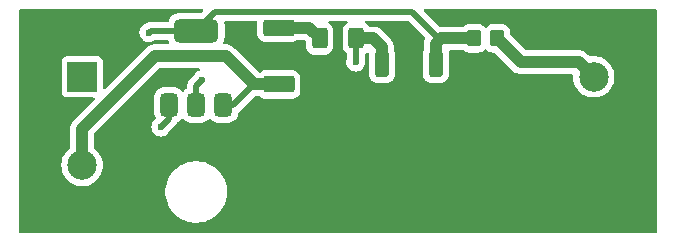
<source format=gbr>
%TF.GenerationSoftware,KiCad,Pcbnew,8.0.2*%
%TF.CreationDate,2024-08-23T15:35:12+02:00*%
%TF.ProjectId,CurrentLimiter2,43757272-656e-4744-9c69-6d6974657232,rev?*%
%TF.SameCoordinates,Original*%
%TF.FileFunction,Copper,L1,Top*%
%TF.FilePolarity,Positive*%
%FSLAX46Y46*%
G04 Gerber Fmt 4.6, Leading zero omitted, Abs format (unit mm)*
G04 Created by KiCad (PCBNEW 8.0.2) date 2024-08-23 15:35:12*
%MOMM*%
%LPD*%
G01*
G04 APERTURE LIST*
G04 Aperture macros list*
%AMRoundRect*
0 Rectangle with rounded corners*
0 $1 Rounding radius*
0 $2 $3 $4 $5 $6 $7 $8 $9 X,Y pos of 4 corners*
0 Add a 4 corners polygon primitive as box body*
4,1,4,$2,$3,$4,$5,$6,$7,$8,$9,$2,$3,0*
0 Add four circle primitives for the rounded corners*
1,1,$1+$1,$2,$3*
1,1,$1+$1,$4,$5*
1,1,$1+$1,$6,$7*
1,1,$1+$1,$8,$9*
0 Add four rect primitives between the rounded corners*
20,1,$1+$1,$2,$3,$4,$5,0*
20,1,$1+$1,$4,$5,$6,$7,0*
20,1,$1+$1,$6,$7,$8,$9,0*
20,1,$1+$1,$8,$9,$2,$3,0*%
G04 Aperture macros list end*
%TA.AperFunction,SMDPad,CuDef*%
%ADD10RoundRect,0.250000X-0.350000X0.850000X-0.350000X-0.850000X0.350000X-0.850000X0.350000X0.850000X0*%
%TD*%
%TA.AperFunction,SMDPad,CuDef*%
%ADD11RoundRect,0.250000X-1.125000X1.275000X-1.125000X-1.275000X1.125000X-1.275000X1.125000X1.275000X0*%
%TD*%
%TA.AperFunction,SMDPad,CuDef*%
%ADD12RoundRect,0.249997X-2.650003X2.950003X-2.650003X-2.950003X2.650003X-2.950003X2.650003X2.950003X0*%
%TD*%
%TA.AperFunction,ComponentPad*%
%ADD13R,2.500000X2.500000*%
%TD*%
%TA.AperFunction,ComponentPad*%
%ADD14C,2.500000*%
%TD*%
%TA.AperFunction,SMDPad,CuDef*%
%ADD15RoundRect,0.250000X0.350000X0.450000X-0.350000X0.450000X-0.350000X-0.450000X0.350000X-0.450000X0*%
%TD*%
%TA.AperFunction,SMDPad,CuDef*%
%ADD16RoundRect,0.249999X-1.075001X0.450001X-1.075001X-0.450001X1.075001X-0.450001X1.075001X0.450001X0*%
%TD*%
%TA.AperFunction,SMDPad,CuDef*%
%ADD17RoundRect,0.250000X0.400000X0.625000X-0.400000X0.625000X-0.400000X-0.625000X0.400000X-0.625000X0*%
%TD*%
%TA.AperFunction,SMDPad,CuDef*%
%ADD18RoundRect,0.375000X0.375000X-0.625000X0.375000X0.625000X-0.375000X0.625000X-0.375000X-0.625000X0*%
%TD*%
%TA.AperFunction,SMDPad,CuDef*%
%ADD19RoundRect,0.500000X1.400000X-0.500000X1.400000X0.500000X-1.400000X0.500000X-1.400000X-0.500000X0*%
%TD*%
%TA.AperFunction,ViaPad*%
%ADD20C,0.600000*%
%TD*%
%TA.AperFunction,ViaPad*%
%ADD21C,1.000000*%
%TD*%
%TA.AperFunction,Conductor*%
%ADD22C,1.000000*%
%TD*%
%TA.AperFunction,Conductor*%
%ADD23C,0.500000*%
%TD*%
G04 APERTURE END LIST*
D10*
%TO.P,Q2,1,B*%
%TO.N,Net-(Q1-C)*%
X135780000Y-95185000D03*
D11*
%TO.P,Q2,2,C*%
%TO.N,/Col*%
X135025000Y-99810000D03*
X131975000Y-99810000D03*
D12*
X133500000Y-101485000D03*
D11*
X135025000Y-103160000D03*
X131975000Y-103160000D03*
D10*
%TO.P,Q2,3,E*%
%TO.N,Net-(Q1-E)*%
X131220000Y-95185000D03*
%TD*%
D13*
%TO.P,J2,1,Pin_1*%
%TO.N,/Col*%
X149155000Y-103750000D03*
D14*
%TO.P,J2,2,Pin_2*%
%TO.N,Net-(J1-Pin_1)*%
X149155000Y-96250000D03*
%TD*%
D15*
%TO.P,R1,1*%
%TO.N,Net-(J1-Pin_1)*%
X141000000Y-93000000D03*
%TO.P,R1,2*%
%TO.N,Net-(Q1-C)*%
X139000000Y-93000000D03*
%TD*%
D13*
%TO.P,J1,1,Pin_1*%
%TO.N,Net-(J1-Pin_1)*%
X105845000Y-96250000D03*
D14*
%TO.P,J1,2,Pin_2*%
%TO.N,Net-(J1-Pin_2)*%
X105845000Y-103750000D03*
%TD*%
D16*
%TO.P,R3,1*%
%TO.N,Net-(R2-Pad2)*%
X122500000Y-92100000D03*
%TO.P,R3,2*%
%TO.N,Net-(J1-Pin_2)*%
X122500000Y-96900000D03*
%TD*%
D17*
%TO.P,R2,1*%
%TO.N,Net-(Q1-E)*%
X129050000Y-93000000D03*
%TO.P,R2,2*%
%TO.N,Net-(R2-Pad2)*%
X125950000Y-93000000D03*
%TD*%
D18*
%TO.P,Q1,1,E*%
%TO.N,Net-(Q1-E)*%
X113200000Y-98650000D03*
%TO.P,Q1,2,C*%
%TO.N,Net-(Q1-C)*%
X115500000Y-98650000D03*
D19*
X115500000Y-92350000D03*
D18*
%TO.P,Q1,3,B*%
%TO.N,Net-(J1-Pin_2)*%
X117800000Y-98650000D03*
%TD*%
D20*
%TO.N,Net-(Q1-C)*%
X111500000Y-92500000D03*
X116000000Y-96500000D03*
D21*
%TO.N,/Col*%
X132000000Y-97500000D03*
X132000000Y-106000000D03*
X141000000Y-109000000D03*
X126000000Y-106000000D03*
X132000000Y-103000000D03*
X141000000Y-100000000D03*
X129000000Y-109000000D03*
X129000000Y-103000000D03*
X135000000Y-103000000D03*
X138000000Y-109000000D03*
X138000000Y-100000000D03*
X126000000Y-100000000D03*
X135000000Y-109000000D03*
X132000000Y-100000000D03*
X135000000Y-100000000D03*
X141000000Y-106000000D03*
X126000000Y-109000000D03*
X138000000Y-106000000D03*
X129000000Y-106000000D03*
X141000000Y-103000000D03*
X129000000Y-100000000D03*
X135000000Y-97500000D03*
X126000000Y-103000000D03*
X126000000Y-97500000D03*
X129000000Y-97500000D03*
X132000000Y-109000000D03*
X138000000Y-97500000D03*
X135000000Y-106000000D03*
X138000000Y-103000000D03*
X141000000Y-97500000D03*
D20*
%TO.N,Net-(Q1-E)*%
X129000000Y-95000000D03*
X112500000Y-100500000D03*
%TD*%
D22*
%TO.N,Net-(J1-Pin_2)*%
X118000000Y-94500000D02*
X112000000Y-94500000D01*
X122500000Y-96900000D02*
X120400000Y-96900000D01*
D23*
X117800000Y-98650000D02*
X118650000Y-98650000D01*
X118000000Y-98850000D02*
X117800000Y-98650000D01*
D22*
X105845000Y-100655000D02*
X105845000Y-103750000D01*
X120400000Y-96900000D02*
X118000000Y-94500000D01*
D23*
X118650000Y-98650000D02*
X120400000Y-96900000D01*
D22*
X112000000Y-94500000D02*
X105845000Y-100655000D01*
%TO.N,Net-(J1-Pin_1)*%
X147905000Y-95000000D02*
X149155000Y-96250000D01*
X143000000Y-95000000D02*
X147905000Y-95000000D01*
X141000000Y-93000000D02*
X143000000Y-95000000D01*
%TO.N,Net-(Q1-C)*%
X135780000Y-95185000D02*
X135780000Y-93435000D01*
X136040000Y-93175000D02*
X136215000Y-93000000D01*
D23*
X117100000Y-90750000D02*
X115500000Y-92350000D01*
X116000000Y-96500000D02*
X115500000Y-97000000D01*
D22*
X136215000Y-93000000D02*
X139000000Y-93000000D01*
D23*
X111650000Y-92350000D02*
X115500000Y-92350000D01*
D22*
X135780000Y-93435000D02*
X136040000Y-93175000D01*
D23*
X115500000Y-97000000D02*
X115500000Y-98650000D01*
X136040000Y-93040000D02*
X133750000Y-90750000D01*
X133750000Y-90750000D02*
X117100000Y-90750000D01*
X111500000Y-92500000D02*
X111650000Y-92350000D01*
X136040000Y-93175000D02*
X136040000Y-93040000D01*
D22*
%TO.N,Net-(R2-Pad2)*%
X125050000Y-92100000D02*
X125950000Y-93000000D01*
X122500000Y-92100000D02*
X125050000Y-92100000D01*
%TO.N,Net-(Q1-E)*%
X130500000Y-93000000D02*
X129050000Y-93000000D01*
D23*
X129000000Y-95000000D02*
X129000000Y-93050000D01*
X129000000Y-93050000D02*
X129050000Y-93000000D01*
D22*
X131220000Y-93720000D02*
X130500000Y-93000000D01*
X131220000Y-95185000D02*
X131220000Y-93720000D01*
D23*
X113200000Y-99800000D02*
X112500000Y-100500000D01*
X113200000Y-98650000D02*
X113200000Y-99800000D01*
%TD*%
%TA.AperFunction,Conductor*%
%TO.N,/Col*%
G36*
X116055808Y-90520185D02*
G01*
X116101563Y-90572989D01*
X116111507Y-90642147D01*
X116082482Y-90705703D01*
X116076450Y-90712181D01*
X115975450Y-90813181D01*
X115914127Y-90846666D01*
X115887769Y-90849500D01*
X114041971Y-90849500D01*
X114041965Y-90849500D01*
X114041964Y-90849501D01*
X114030316Y-90850536D01*
X113922584Y-90860113D01*
X113726954Y-90916089D01*
X113636772Y-90963196D01*
X113546593Y-91010302D01*
X113546591Y-91010303D01*
X113546590Y-91010304D01*
X113388890Y-91138890D01*
X113260304Y-91296590D01*
X113166088Y-91476956D01*
X113156744Y-91509613D01*
X113119376Y-91568651D01*
X113056022Y-91598113D01*
X113037529Y-91599500D01*
X111576080Y-91599500D01*
X111431092Y-91628340D01*
X111431082Y-91628343D01*
X111294509Y-91684913D01*
X111280258Y-91694436D01*
X111280257Y-91694436D01*
X111185365Y-91757839D01*
X111157436Y-91771776D01*
X111150482Y-91774209D01*
X111150478Y-91774211D01*
X110997737Y-91870184D01*
X110870184Y-91997737D01*
X110774211Y-92150476D01*
X110714631Y-92320745D01*
X110714630Y-92320750D01*
X110694435Y-92499996D01*
X110694435Y-92500003D01*
X110714630Y-92679249D01*
X110714631Y-92679254D01*
X110774211Y-92849523D01*
X110804677Y-92898009D01*
X110870184Y-93002262D01*
X110997738Y-93129816D01*
X111088080Y-93186582D01*
X111146107Y-93223043D01*
X111150478Y-93225789D01*
X111260879Y-93264420D01*
X111320745Y-93285368D01*
X111320750Y-93285369D01*
X111499996Y-93305565D01*
X111500000Y-93305565D01*
X111500004Y-93305565D01*
X111679249Y-93285369D01*
X111679252Y-93285368D01*
X111679255Y-93285368D01*
X111849522Y-93225789D01*
X112002262Y-93129816D01*
X112002267Y-93129810D01*
X112005097Y-93127555D01*
X112007275Y-93126665D01*
X112008158Y-93126111D01*
X112008255Y-93126265D01*
X112069783Y-93101145D01*
X112082412Y-93100500D01*
X113037529Y-93100500D01*
X113104568Y-93120185D01*
X113150323Y-93172989D01*
X113156744Y-93190387D01*
X113166088Y-93223043D01*
X113166090Y-93223048D01*
X113166091Y-93223049D01*
X113215736Y-93318090D01*
X113229327Y-93386623D01*
X113203708Y-93451627D01*
X113147013Y-93492460D01*
X113105827Y-93499500D01*
X111901456Y-93499500D01*
X111708171Y-93537947D01*
X111708163Y-93537949D01*
X111652251Y-93561109D01*
X111652250Y-93561109D01*
X111526092Y-93613364D01*
X111526077Y-93613372D01*
X111489549Y-93637781D01*
X111489547Y-93637782D01*
X111362222Y-93722857D01*
X111362214Y-93722863D01*
X107807180Y-97277898D01*
X107745857Y-97311383D01*
X107676165Y-97306399D01*
X107620232Y-97264527D01*
X107595815Y-97199063D01*
X107595499Y-97190217D01*
X107595499Y-94952129D01*
X107595498Y-94952123D01*
X107595497Y-94952116D01*
X107589091Y-94892517D01*
X107538796Y-94757669D01*
X107538795Y-94757668D01*
X107538793Y-94757664D01*
X107452547Y-94642455D01*
X107452544Y-94642452D01*
X107337335Y-94556206D01*
X107337328Y-94556202D01*
X107202482Y-94505908D01*
X107202483Y-94505908D01*
X107142883Y-94499501D01*
X107142881Y-94499500D01*
X107142873Y-94499500D01*
X107142864Y-94499500D01*
X104547129Y-94499500D01*
X104547123Y-94499501D01*
X104487516Y-94505908D01*
X104352671Y-94556202D01*
X104352664Y-94556206D01*
X104237455Y-94642452D01*
X104237452Y-94642455D01*
X104151206Y-94757664D01*
X104151202Y-94757671D01*
X104100908Y-94892517D01*
X104094501Y-94952116D01*
X104094501Y-94952123D01*
X104094500Y-94952135D01*
X104094500Y-97547870D01*
X104094501Y-97547876D01*
X104100908Y-97607483D01*
X104151202Y-97742328D01*
X104151206Y-97742335D01*
X104237452Y-97857544D01*
X104237455Y-97857547D01*
X104352664Y-97943793D01*
X104352671Y-97943797D01*
X104487517Y-97994091D01*
X104487516Y-97994091D01*
X104494444Y-97994835D01*
X104547127Y-98000500D01*
X106785217Y-98000499D01*
X106852256Y-98020184D01*
X106898011Y-98072987D01*
X106907955Y-98142146D01*
X106878930Y-98205702D01*
X106872898Y-98212180D01*
X105852129Y-99232950D01*
X105207220Y-99877859D01*
X105207218Y-99877861D01*
X105137538Y-99947540D01*
X105067859Y-100017219D01*
X104958371Y-100181079D01*
X104958364Y-100181092D01*
X104882950Y-100363160D01*
X104882947Y-100363170D01*
X104844500Y-100556456D01*
X104844500Y-102247956D01*
X104824815Y-102314995D01*
X104790354Y-102350408D01*
X104750523Y-102377565D01*
X104558198Y-102556014D01*
X104394614Y-102761143D01*
X104263432Y-102988356D01*
X104167582Y-103232578D01*
X104167576Y-103232597D01*
X104109197Y-103488374D01*
X104109196Y-103488379D01*
X104089592Y-103749995D01*
X104089592Y-103750004D01*
X104109196Y-104011620D01*
X104109197Y-104011625D01*
X104167576Y-104267402D01*
X104167578Y-104267411D01*
X104167580Y-104267416D01*
X104263432Y-104511643D01*
X104394614Y-104738857D01*
X104526736Y-104904533D01*
X104558198Y-104943985D01*
X104739753Y-105112441D01*
X104750521Y-105122433D01*
X104967296Y-105270228D01*
X104967301Y-105270230D01*
X104967302Y-105270231D01*
X104967303Y-105270232D01*
X105092843Y-105330688D01*
X105203673Y-105384061D01*
X105203674Y-105384061D01*
X105203677Y-105384063D01*
X105454385Y-105461396D01*
X105713818Y-105500500D01*
X105976182Y-105500500D01*
X106235615Y-105461396D01*
X106486323Y-105384063D01*
X106704582Y-105278955D01*
X106722696Y-105270232D01*
X106722696Y-105270231D01*
X106722704Y-105270228D01*
X106939479Y-105122433D01*
X107131805Y-104943981D01*
X107295386Y-104738857D01*
X107426568Y-104511643D01*
X107522420Y-104267416D01*
X107580802Y-104011630D01*
X107580803Y-104011620D01*
X107600408Y-103750004D01*
X107600408Y-103749995D01*
X107580803Y-103488379D01*
X107580802Y-103488374D01*
X107580802Y-103488370D01*
X107522420Y-103232584D01*
X107426568Y-102988357D01*
X107295386Y-102761143D01*
X107131805Y-102556019D01*
X107131804Y-102556018D01*
X107131801Y-102556014D01*
X107012204Y-102445046D01*
X106939479Y-102377567D01*
X106938064Y-102376602D01*
X106899646Y-102350408D01*
X106855345Y-102296378D01*
X106845500Y-102247956D01*
X106845500Y-101120782D01*
X106865185Y-101053743D01*
X106881819Y-101033101D01*
X112378102Y-95536819D01*
X112439425Y-95503334D01*
X112465783Y-95500500D01*
X115702886Y-95500500D01*
X115769925Y-95520185D01*
X115815680Y-95572989D01*
X115825624Y-95642147D01*
X115796599Y-95705703D01*
X115743840Y-95741542D01*
X115650478Y-95774210D01*
X115497737Y-95870184D01*
X115370184Y-95997737D01*
X115274211Y-96150478D01*
X115271188Y-96156756D01*
X115269362Y-96155876D01*
X115246694Y-96191937D01*
X114917047Y-96521585D01*
X114882080Y-96573916D01*
X114882081Y-96573917D01*
X114834913Y-96644508D01*
X114778343Y-96781082D01*
X114778340Y-96781092D01*
X114749500Y-96926079D01*
X114749500Y-97157057D01*
X114729815Y-97224096D01*
X114680595Y-97268145D01*
X114650704Y-97282969D01*
X114502278Y-97402277D01*
X114502277Y-97402278D01*
X114446647Y-97471486D01*
X114389304Y-97511405D01*
X114319482Y-97513985D01*
X114259349Y-97478406D01*
X114253353Y-97471486D01*
X114197722Y-97402278D01*
X114197721Y-97402277D01*
X114049295Y-97282969D01*
X114049292Y-97282967D01*
X113878697Y-97198360D01*
X113693892Y-97152400D01*
X113672506Y-97150950D01*
X113651123Y-97149500D01*
X113651120Y-97149500D01*
X112748877Y-97149500D01*
X112748874Y-97149501D01*
X112706113Y-97152399D01*
X112706112Y-97152399D01*
X112521303Y-97198360D01*
X112350707Y-97282967D01*
X112350704Y-97282969D01*
X112202278Y-97402277D01*
X112202277Y-97402278D01*
X112082969Y-97550704D01*
X112082967Y-97550707D01*
X111998360Y-97721302D01*
X111952400Y-97906107D01*
X111950466Y-97934621D01*
X111949845Y-97943797D01*
X111949500Y-97948879D01*
X111949500Y-99351122D01*
X111949501Y-99351125D01*
X111952399Y-99393886D01*
X111952399Y-99393887D01*
X111998359Y-99578694D01*
X112058616Y-99700190D01*
X112070768Y-99768995D01*
X112043792Y-99833447D01*
X112013503Y-99860277D01*
X111997740Y-99870181D01*
X111870184Y-99997737D01*
X111774211Y-100150476D01*
X111714631Y-100320745D01*
X111714630Y-100320750D01*
X111694435Y-100499996D01*
X111694435Y-100500003D01*
X111714630Y-100679249D01*
X111714631Y-100679254D01*
X111774211Y-100849523D01*
X111870184Y-101002262D01*
X111997738Y-101129816D01*
X112150478Y-101225789D01*
X112320745Y-101285368D01*
X112320750Y-101285369D01*
X112499996Y-101305565D01*
X112500000Y-101305565D01*
X112500004Y-101305565D01*
X112679249Y-101285369D01*
X112679252Y-101285368D01*
X112679255Y-101285368D01*
X112849522Y-101225789D01*
X113002262Y-101129816D01*
X113129816Y-101002262D01*
X113225789Y-100849522D01*
X113225792Y-100849510D01*
X113228810Y-100843248D01*
X113230650Y-100844134D01*
X113253305Y-100808061D01*
X113782951Y-100278416D01*
X113865084Y-100155495D01*
X113871839Y-100139183D01*
X113915679Y-100084780D01*
X113931308Y-100075546D01*
X114049296Y-100017030D01*
X114073296Y-99997738D01*
X114197722Y-99897722D01*
X114253353Y-99828514D01*
X114310696Y-99788595D01*
X114380518Y-99786015D01*
X114440651Y-99821594D01*
X114446647Y-99828514D01*
X114502277Y-99897721D01*
X114502278Y-99897722D01*
X114650704Y-100017030D01*
X114650707Y-100017032D01*
X114821302Y-100101639D01*
X114821303Y-100101639D01*
X114821307Y-100101641D01*
X115006111Y-100147600D01*
X115048877Y-100150500D01*
X115951122Y-100150499D01*
X115993889Y-100147600D01*
X116178693Y-100101641D01*
X116349296Y-100017030D01*
X116497722Y-99897722D01*
X116553353Y-99828514D01*
X116610696Y-99788595D01*
X116680518Y-99786015D01*
X116740651Y-99821594D01*
X116746647Y-99828514D01*
X116802277Y-99897721D01*
X116802278Y-99897722D01*
X116950704Y-100017030D01*
X116950707Y-100017032D01*
X117121302Y-100101639D01*
X117121303Y-100101639D01*
X117121307Y-100101641D01*
X117306111Y-100147600D01*
X117348877Y-100150500D01*
X118251122Y-100150499D01*
X118293889Y-100147600D01*
X118478693Y-100101641D01*
X118649296Y-100017030D01*
X118797722Y-99897722D01*
X118917030Y-99749296D01*
X119001641Y-99578693D01*
X119047600Y-99393889D01*
X119050500Y-99351123D01*
X119050500Y-99351114D01*
X119050571Y-99349027D01*
X119050641Y-99349029D01*
X119050642Y-99349026D01*
X119050742Y-99349032D01*
X119051175Y-99349047D01*
X119070149Y-99284307D01*
X119105610Y-99248189D01*
X119128416Y-99232952D01*
X120424549Y-97936819D01*
X120485872Y-97903334D01*
X120512230Y-97900500D01*
X120862770Y-97900500D01*
X120929809Y-97920185D01*
X120950451Y-97936819D01*
X120956344Y-97942712D01*
X121105665Y-98034814D01*
X121272202Y-98089999D01*
X121374990Y-98100500D01*
X121374995Y-98100500D01*
X123625005Y-98100500D01*
X123625010Y-98100500D01*
X123727798Y-98089999D01*
X123894335Y-98034814D01*
X124043656Y-97942712D01*
X124167712Y-97818656D01*
X124259814Y-97669335D01*
X124314999Y-97502798D01*
X124325500Y-97400010D01*
X124325500Y-96399990D01*
X124314999Y-96297202D01*
X124259814Y-96130665D01*
X124167712Y-95981344D01*
X124043656Y-95857288D01*
X123908967Y-95774211D01*
X123894337Y-95765187D01*
X123894332Y-95765185D01*
X123892863Y-95764698D01*
X123727798Y-95710001D01*
X123727796Y-95710000D01*
X123625017Y-95699500D01*
X123625010Y-95699500D01*
X121374990Y-95699500D01*
X121374982Y-95699500D01*
X121272203Y-95710000D01*
X121272202Y-95710001D01*
X121258227Y-95714632D01*
X121105667Y-95765185D01*
X121105662Y-95765187D01*
X120956343Y-95857288D01*
X120951953Y-95861679D01*
X120890628Y-95895161D01*
X120820936Y-95890172D01*
X120776595Y-95861674D01*
X118784209Y-93869289D01*
X118784206Y-93869285D01*
X118784206Y-93869286D01*
X118777139Y-93862219D01*
X118777139Y-93862218D01*
X118637782Y-93722861D01*
X118637781Y-93722860D01*
X118637780Y-93722859D01*
X118473920Y-93613371D01*
X118473911Y-93613366D01*
X118390683Y-93578892D01*
X118345165Y-93560038D01*
X118318500Y-93548993D01*
X118291837Y-93537949D01*
X118291833Y-93537948D01*
X118193637Y-93518416D01*
X118161938Y-93512110D01*
X118098543Y-93499500D01*
X118098541Y-93499500D01*
X117894173Y-93499500D01*
X117827134Y-93479815D01*
X117781379Y-93427011D01*
X117771435Y-93357853D01*
X117784262Y-93318092D01*
X117833909Y-93223049D01*
X117889886Y-93027418D01*
X117900500Y-92908037D01*
X117900499Y-91791964D01*
X117889886Y-91672582D01*
X117885888Y-91658609D01*
X117886371Y-91588743D01*
X117924551Y-91530228D01*
X117988306Y-91501643D01*
X118005104Y-91500500D01*
X120550500Y-91500500D01*
X120617539Y-91520185D01*
X120663294Y-91572989D01*
X120674500Y-91624500D01*
X120674500Y-92600017D01*
X120685000Y-92702796D01*
X120685001Y-92702798D01*
X120740186Y-92869335D01*
X120832288Y-93018656D01*
X120956344Y-93142712D01*
X121105665Y-93234814D01*
X121272202Y-93289999D01*
X121374990Y-93300500D01*
X121374995Y-93300500D01*
X123625005Y-93300500D01*
X123625010Y-93300500D01*
X123727798Y-93289999D01*
X123894335Y-93234814D01*
X124043656Y-93142712D01*
X124049549Y-93136819D01*
X124110872Y-93103334D01*
X124137230Y-93100500D01*
X124584218Y-93100500D01*
X124651257Y-93120185D01*
X124671899Y-93136819D01*
X124763181Y-93228101D01*
X124796666Y-93289424D01*
X124799500Y-93315782D01*
X124799500Y-93675001D01*
X124799501Y-93675019D01*
X124810000Y-93777796D01*
X124810001Y-93777799D01*
X124856677Y-93918656D01*
X124865186Y-93944334D01*
X124957288Y-94093656D01*
X125081344Y-94217712D01*
X125230666Y-94309814D01*
X125397203Y-94364999D01*
X125499991Y-94375500D01*
X126400008Y-94375499D01*
X126400016Y-94375498D01*
X126400019Y-94375498D01*
X126487525Y-94366559D01*
X126502797Y-94364999D01*
X126669334Y-94309814D01*
X126818656Y-94217712D01*
X126942712Y-94093656D01*
X127034814Y-93944334D01*
X127089999Y-93777797D01*
X127100500Y-93675009D01*
X127100499Y-92324992D01*
X127089999Y-92222203D01*
X127034814Y-92055666D01*
X126942712Y-91906344D01*
X126818656Y-91782288D01*
X126733945Y-91730038D01*
X126687222Y-91678091D01*
X126675999Y-91609128D01*
X126703843Y-91545046D01*
X126761911Y-91506190D01*
X126799043Y-91500500D01*
X128200957Y-91500500D01*
X128267996Y-91520185D01*
X128313751Y-91572989D01*
X128323695Y-91642147D01*
X128294670Y-91705703D01*
X128266054Y-91730039D01*
X128181342Y-91782289D01*
X128057289Y-91906342D01*
X127965187Y-92055663D01*
X127965185Y-92055668D01*
X127946067Y-92113364D01*
X127910001Y-92222203D01*
X127910001Y-92222204D01*
X127910000Y-92222204D01*
X127899500Y-92324983D01*
X127899500Y-93675001D01*
X127899501Y-93675018D01*
X127910000Y-93777796D01*
X127910001Y-93777799D01*
X127956677Y-93918656D01*
X127965186Y-93944334D01*
X128057288Y-94093656D01*
X128181344Y-94217712D01*
X128190591Y-94223416D01*
X128237318Y-94275360D01*
X128249500Y-94328957D01*
X128249500Y-94700028D01*
X128242542Y-94740982D01*
X128214631Y-94820747D01*
X128194435Y-94999996D01*
X128194435Y-95000003D01*
X128214630Y-95179249D01*
X128214631Y-95179254D01*
X128274211Y-95349523D01*
X128361446Y-95488356D01*
X128370184Y-95502262D01*
X128497738Y-95629816D01*
X128510416Y-95637782D01*
X128632721Y-95714632D01*
X128650478Y-95725789D01*
X128763068Y-95765186D01*
X128820745Y-95785368D01*
X128820750Y-95785369D01*
X128999996Y-95805565D01*
X129000000Y-95805565D01*
X129000004Y-95805565D01*
X129179249Y-95785369D01*
X129179252Y-95785368D01*
X129179255Y-95785368D01*
X129349522Y-95725789D01*
X129502262Y-95629816D01*
X129629816Y-95502262D01*
X129725789Y-95349522D01*
X129785368Y-95179255D01*
X129785369Y-95179249D01*
X129805565Y-95000003D01*
X129805565Y-94999996D01*
X129785368Y-94820747D01*
X129785368Y-94820745D01*
X129757458Y-94740982D01*
X129750500Y-94700028D01*
X129750500Y-94390638D01*
X129770185Y-94323599D01*
X129809401Y-94285100D01*
X129918656Y-94217712D01*
X129918657Y-94217710D01*
X129924803Y-94213920D01*
X129925464Y-94214993D01*
X129983372Y-94191625D01*
X130052015Y-94204658D01*
X130102715Y-94252733D01*
X130119500Y-94315030D01*
X130119500Y-96085001D01*
X130119501Y-96085018D01*
X130130000Y-96187796D01*
X130130001Y-96187799D01*
X130174056Y-96320745D01*
X130185186Y-96354334D01*
X130277288Y-96503656D01*
X130401344Y-96627712D01*
X130550666Y-96719814D01*
X130717203Y-96774999D01*
X130819991Y-96785500D01*
X131620008Y-96785499D01*
X131620016Y-96785498D01*
X131620019Y-96785498D01*
X131676302Y-96779748D01*
X131722797Y-96774999D01*
X131889334Y-96719814D01*
X132038656Y-96627712D01*
X132162712Y-96503656D01*
X132254814Y-96354334D01*
X132309999Y-96187797D01*
X132320500Y-96085009D01*
X132320499Y-94284992D01*
X132314152Y-94222863D01*
X132309999Y-94182203D01*
X132309998Y-94182200D01*
X132287189Y-94113368D01*
X132254814Y-94015666D01*
X132244843Y-93999500D01*
X132238960Y-93989961D01*
X132220500Y-93924867D01*
X132220500Y-93621458D01*
X132220499Y-93621457D01*
X132196241Y-93499500D01*
X132182051Y-93428164D01*
X132144065Y-93336459D01*
X132135500Y-93315782D01*
X132106635Y-93246093D01*
X132106634Y-93246092D01*
X132106632Y-93246086D01*
X132008045Y-93098540D01*
X132008043Y-93098536D01*
X131997145Y-93082225D01*
X131997140Y-93082219D01*
X131284209Y-92369289D01*
X131284206Y-92369285D01*
X131284206Y-92369286D01*
X131277139Y-92362219D01*
X131277139Y-92362218D01*
X131137782Y-92222861D01*
X131137781Y-92222860D01*
X131137780Y-92222859D01*
X130973920Y-92113371D01*
X130973907Y-92113364D01*
X130834608Y-92055666D01*
X130791836Y-92037949D01*
X130791828Y-92037947D01*
X130608390Y-92001459D01*
X130608386Y-92001457D01*
X130608386Y-92001458D01*
X130598544Y-91999500D01*
X130598541Y-91999500D01*
X130169378Y-91999500D01*
X130102339Y-91979815D01*
X130063839Y-91940597D01*
X130042712Y-91906344D01*
X129918656Y-91782288D01*
X129833945Y-91730038D01*
X129787222Y-91678091D01*
X129775999Y-91609128D01*
X129803843Y-91545046D01*
X129861911Y-91506190D01*
X129899043Y-91500500D01*
X133387770Y-91500500D01*
X133454809Y-91520185D01*
X133475451Y-91536819D01*
X134836641Y-92898009D01*
X134870126Y-92959332D01*
X134865142Y-93029024D01*
X134863522Y-93033141D01*
X134842890Y-93082952D01*
X134834448Y-93103334D01*
X134818169Y-93142634D01*
X134818138Y-93142709D01*
X134817948Y-93143164D01*
X134817947Y-93143169D01*
X134779500Y-93336454D01*
X134779500Y-93924867D01*
X134761040Y-93989961D01*
X134745187Y-94015663D01*
X134745186Y-94015665D01*
X134724170Y-94079089D01*
X134690001Y-94182203D01*
X134690001Y-94182204D01*
X134690000Y-94182204D01*
X134679500Y-94284983D01*
X134679500Y-96085001D01*
X134679501Y-96085018D01*
X134690000Y-96187796D01*
X134690001Y-96187799D01*
X134734056Y-96320745D01*
X134745186Y-96354334D01*
X134837288Y-96503656D01*
X134961344Y-96627712D01*
X135110666Y-96719814D01*
X135277203Y-96774999D01*
X135379991Y-96785500D01*
X136180008Y-96785499D01*
X136180016Y-96785498D01*
X136180019Y-96785498D01*
X136236302Y-96779748D01*
X136282797Y-96774999D01*
X136449334Y-96719814D01*
X136598656Y-96627712D01*
X136722712Y-96503656D01*
X136814814Y-96354334D01*
X136869999Y-96187797D01*
X136880500Y-96085009D01*
X136880499Y-94284992D01*
X136874152Y-94222863D01*
X136869999Y-94182203D01*
X136869998Y-94182200D01*
X136863803Y-94163504D01*
X136861401Y-94093676D01*
X136897133Y-94033634D01*
X136959653Y-94002441D01*
X136981509Y-94000500D01*
X138087770Y-94000500D01*
X138154809Y-94020185D01*
X138175451Y-94036819D01*
X138181344Y-94042712D01*
X138330666Y-94134814D01*
X138497203Y-94189999D01*
X138599991Y-94200500D01*
X139400008Y-94200499D01*
X139400016Y-94200498D01*
X139400019Y-94200498D01*
X139486879Y-94191625D01*
X139502797Y-94189999D01*
X139669334Y-94134814D01*
X139818656Y-94042712D01*
X139912319Y-93949049D01*
X139973642Y-93915564D01*
X140043334Y-93920548D01*
X140087681Y-93949049D01*
X140181344Y-94042712D01*
X140330666Y-94134814D01*
X140497203Y-94189999D01*
X140599991Y-94200500D01*
X140734216Y-94200499D01*
X140801256Y-94220183D01*
X140821898Y-94236818D01*
X142219735Y-95634655D01*
X142219764Y-95634686D01*
X142362214Y-95777136D01*
X142362218Y-95777139D01*
X142526079Y-95886628D01*
X142526083Y-95886630D01*
X142526086Y-95886632D01*
X142649977Y-95937949D01*
X142708164Y-95962051D01*
X142801371Y-95980591D01*
X142840478Y-95988370D01*
X142901456Y-96000500D01*
X142901459Y-96000500D01*
X142901460Y-96000500D01*
X143098540Y-96000500D01*
X147284649Y-96000500D01*
X147351688Y-96020185D01*
X147397443Y-96072989D01*
X147408302Y-96133766D01*
X147399592Y-96249999D01*
X147399592Y-96250000D01*
X147419196Y-96511620D01*
X147419197Y-96511625D01*
X147477576Y-96767402D01*
X147477578Y-96767411D01*
X147477580Y-96767416D01*
X147573432Y-97011643D01*
X147704614Y-97238857D01*
X147833129Y-97400010D01*
X147868198Y-97443985D01*
X148044409Y-97607483D01*
X148060521Y-97622433D01*
X148277296Y-97770228D01*
X148277301Y-97770230D01*
X148277302Y-97770231D01*
X148277303Y-97770232D01*
X148377858Y-97818656D01*
X148513673Y-97884061D01*
X148513674Y-97884061D01*
X148513677Y-97884063D01*
X148764385Y-97961396D01*
X149023818Y-98000500D01*
X149286182Y-98000500D01*
X149545615Y-97961396D01*
X149796323Y-97884063D01*
X150032704Y-97770228D01*
X150249479Y-97622433D01*
X150441805Y-97443981D01*
X150605386Y-97238857D01*
X150736568Y-97011643D01*
X150832420Y-96767416D01*
X150890802Y-96511630D01*
X150890803Y-96511620D01*
X150910408Y-96250004D01*
X150910408Y-96249995D01*
X150890803Y-95988379D01*
X150890802Y-95988374D01*
X150890802Y-95988370D01*
X150832420Y-95732584D01*
X150736568Y-95488357D01*
X150605386Y-95261143D01*
X150441805Y-95056019D01*
X150441804Y-95056018D01*
X150441801Y-95056014D01*
X150249479Y-94877567D01*
X150032704Y-94729772D01*
X150032700Y-94729770D01*
X150032697Y-94729768D01*
X150032696Y-94729767D01*
X149796325Y-94615938D01*
X149796327Y-94615938D01*
X149545623Y-94538606D01*
X149545619Y-94538605D01*
X149545615Y-94538604D01*
X149420823Y-94519794D01*
X149286187Y-94499500D01*
X149286182Y-94499500D01*
X149023818Y-94499500D01*
X149023812Y-94499500D01*
X148908092Y-94516943D01*
X148838867Y-94507470D01*
X148801929Y-94482009D01*
X148686479Y-94366559D01*
X148686459Y-94366537D01*
X148542785Y-94222863D01*
X148542781Y-94222860D01*
X148378920Y-94113371D01*
X148378911Y-94113366D01*
X148295683Y-94078892D01*
X148250165Y-94060038D01*
X148223500Y-94048993D01*
X148196837Y-94037949D01*
X148196833Y-94037948D01*
X148084812Y-94015666D01*
X148057721Y-94010277D01*
X148003543Y-93999500D01*
X148003541Y-93999500D01*
X143465782Y-93999500D01*
X143398743Y-93979815D01*
X143378101Y-93963181D01*
X142136818Y-92721898D01*
X142103333Y-92660575D01*
X142100499Y-92634217D01*
X142100499Y-92499998D01*
X142100498Y-92499981D01*
X142089999Y-92397203D01*
X142089998Y-92397200D01*
X142078406Y-92362218D01*
X142034814Y-92230666D01*
X141942712Y-92081344D01*
X141818656Y-91957288D01*
X141669334Y-91865186D01*
X141502797Y-91810001D01*
X141502795Y-91810000D01*
X141400010Y-91799500D01*
X140599998Y-91799500D01*
X140599980Y-91799501D01*
X140497203Y-91810000D01*
X140497200Y-91810001D01*
X140330668Y-91865185D01*
X140330663Y-91865187D01*
X140181342Y-91957289D01*
X140087681Y-92050951D01*
X140026358Y-92084436D01*
X139956666Y-92079452D01*
X139912319Y-92050951D01*
X139818657Y-91957289D01*
X139818656Y-91957288D01*
X139669334Y-91865186D01*
X139502797Y-91810001D01*
X139502795Y-91810000D01*
X139400010Y-91799500D01*
X138599998Y-91799500D01*
X138599980Y-91799501D01*
X138497203Y-91810000D01*
X138497200Y-91810001D01*
X138330668Y-91865185D01*
X138330663Y-91865187D01*
X138181342Y-91957289D01*
X138175451Y-91963181D01*
X138114128Y-91996666D01*
X138087770Y-91999500D01*
X136112230Y-91999500D01*
X136045191Y-91979815D01*
X136024549Y-91963181D01*
X134773549Y-90712181D01*
X134740064Y-90650858D01*
X134745048Y-90581166D01*
X134786920Y-90525233D01*
X134852384Y-90500816D01*
X134861230Y-90500500D01*
X154375500Y-90500500D01*
X154442539Y-90520185D01*
X154488294Y-90572989D01*
X154499500Y-90624500D01*
X154499500Y-109375500D01*
X154479815Y-109442539D01*
X154427011Y-109488294D01*
X154375500Y-109499500D01*
X100624500Y-109499500D01*
X100557461Y-109479815D01*
X100511706Y-109427011D01*
X100500500Y-109375500D01*
X100500500Y-105853952D01*
X112899500Y-105853952D01*
X112899500Y-106146047D01*
X112932199Y-106436271D01*
X112932202Y-106436285D01*
X112997196Y-106721044D01*
X112997197Y-106721046D01*
X113093665Y-106996738D01*
X113220393Y-107259890D01*
X113220395Y-107259893D01*
X113375792Y-107507206D01*
X113557902Y-107735565D01*
X113764435Y-107942098D01*
X113992794Y-108124208D01*
X114240107Y-108279605D01*
X114503263Y-108406335D01*
X114778955Y-108502803D01*
X115063714Y-108567798D01*
X115063723Y-108567799D01*
X115063728Y-108567800D01*
X115257210Y-108589599D01*
X115353953Y-108600499D01*
X115353956Y-108600500D01*
X115353959Y-108600500D01*
X115646044Y-108600500D01*
X115646045Y-108600499D01*
X115794371Y-108583787D01*
X115936271Y-108567800D01*
X115936274Y-108567799D01*
X115936286Y-108567798D01*
X116221045Y-108502803D01*
X116496737Y-108406335D01*
X116759893Y-108279605D01*
X117007206Y-108124208D01*
X117235565Y-107942098D01*
X117442098Y-107735565D01*
X117624208Y-107507206D01*
X117779605Y-107259893D01*
X117906335Y-106996737D01*
X118002803Y-106721045D01*
X118067798Y-106436286D01*
X118100500Y-106146041D01*
X118100500Y-105853959D01*
X118067798Y-105563714D01*
X118002803Y-105278955D01*
X117906335Y-105003263D01*
X117779605Y-104740107D01*
X117624208Y-104492794D01*
X117442098Y-104264435D01*
X117235565Y-104057902D01*
X117007206Y-103875792D01*
X116836398Y-103768466D01*
X116759890Y-103720393D01*
X116496738Y-103593665D01*
X116221046Y-103497197D01*
X116221044Y-103497196D01*
X116001280Y-103447036D01*
X115936286Y-103432202D01*
X115936283Y-103432201D01*
X115936271Y-103432199D01*
X115646047Y-103399500D01*
X115646041Y-103399500D01*
X115353959Y-103399500D01*
X115353952Y-103399500D01*
X115063728Y-103432199D01*
X115063714Y-103432202D01*
X114778955Y-103497196D01*
X114778953Y-103497197D01*
X114503261Y-103593665D01*
X114240109Y-103720393D01*
X113992795Y-103875791D01*
X113764435Y-104057901D01*
X113557901Y-104264435D01*
X113375791Y-104492795D01*
X113220393Y-104740109D01*
X113093665Y-105003261D01*
X112997197Y-105278953D01*
X112997196Y-105278955D01*
X112932202Y-105563714D01*
X112932199Y-105563728D01*
X112899500Y-105853952D01*
X100500500Y-105853952D01*
X100500500Y-90624500D01*
X100520185Y-90557461D01*
X100572989Y-90511706D01*
X100624500Y-90500500D01*
X115988769Y-90500500D01*
X116055808Y-90520185D01*
G37*
%TD.AperFunction*%
%TD*%
M02*

</source>
